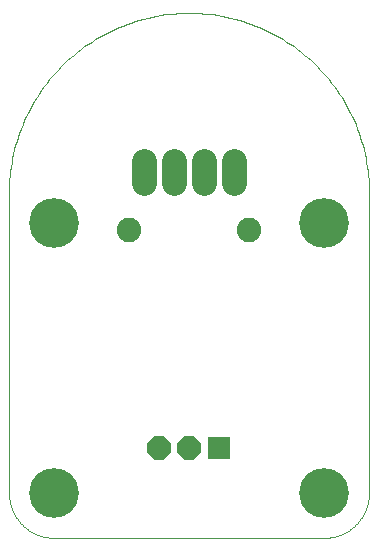
<source format=gts>
G75*
%MOIN*%
%OFA0B0*%
%FSLAX25Y25*%
%IPPOS*%
%LPD*%
%AMOC8*
5,1,8,0,0,1.08239X$1,22.5*
%
%ADD10C,0.08200*%
%ADD11C,0.08200*%
%ADD12C,0.16611*%
%ADD13C,0.00000*%
%ADD14OC8,0.07800*%
%ADD15R,0.07800X0.07800*%
D10*
X0046500Y0122300D02*
X0046500Y0129700D01*
X0056500Y0129700D02*
X0056500Y0122300D01*
X0066500Y0122300D02*
X0066500Y0129700D01*
X0076500Y0129700D02*
X0076500Y0122300D01*
D11*
X0081500Y0106500D03*
X0041500Y0106500D03*
D12*
X0016500Y0109000D03*
X0016500Y0019000D03*
X0106500Y0019000D03*
X0106500Y0109000D03*
D13*
X0001500Y0119000D02*
X0001500Y0019000D01*
X0001504Y0018638D01*
X0001518Y0018275D01*
X0001539Y0017913D01*
X0001570Y0017552D01*
X0001609Y0017192D01*
X0001657Y0016833D01*
X0001714Y0016475D01*
X0001779Y0016118D01*
X0001853Y0015763D01*
X0001936Y0015410D01*
X0002027Y0015059D01*
X0002126Y0014711D01*
X0002234Y0014365D01*
X0002350Y0014021D01*
X0002475Y0013681D01*
X0002607Y0013344D01*
X0002748Y0013010D01*
X0002897Y0012679D01*
X0003054Y0012352D01*
X0003218Y0012029D01*
X0003390Y0011710D01*
X0003570Y0011396D01*
X0003758Y0011085D01*
X0003953Y0010780D01*
X0004155Y0010479D01*
X0004365Y0010183D01*
X0004581Y0009893D01*
X0004805Y0009607D01*
X0005035Y0009327D01*
X0005272Y0009053D01*
X0005516Y0008785D01*
X0005766Y0008522D01*
X0006022Y0008266D01*
X0006285Y0008016D01*
X0006553Y0007772D01*
X0006827Y0007535D01*
X0007107Y0007305D01*
X0007393Y0007081D01*
X0007683Y0006865D01*
X0007979Y0006655D01*
X0008280Y0006453D01*
X0008585Y0006258D01*
X0008896Y0006070D01*
X0009210Y0005890D01*
X0009529Y0005718D01*
X0009852Y0005554D01*
X0010179Y0005397D01*
X0010510Y0005248D01*
X0010844Y0005107D01*
X0011181Y0004975D01*
X0011521Y0004850D01*
X0011865Y0004734D01*
X0012211Y0004626D01*
X0012559Y0004527D01*
X0012910Y0004436D01*
X0013263Y0004353D01*
X0013618Y0004279D01*
X0013975Y0004214D01*
X0014333Y0004157D01*
X0014692Y0004109D01*
X0015052Y0004070D01*
X0015413Y0004039D01*
X0015775Y0004018D01*
X0016138Y0004004D01*
X0016500Y0004000D01*
X0106500Y0004000D01*
X0106862Y0004004D01*
X0107225Y0004018D01*
X0107587Y0004039D01*
X0107948Y0004070D01*
X0108308Y0004109D01*
X0108667Y0004157D01*
X0109025Y0004214D01*
X0109382Y0004279D01*
X0109737Y0004353D01*
X0110090Y0004436D01*
X0110441Y0004527D01*
X0110789Y0004626D01*
X0111135Y0004734D01*
X0111479Y0004850D01*
X0111819Y0004975D01*
X0112156Y0005107D01*
X0112490Y0005248D01*
X0112821Y0005397D01*
X0113148Y0005554D01*
X0113471Y0005718D01*
X0113790Y0005890D01*
X0114104Y0006070D01*
X0114415Y0006258D01*
X0114720Y0006453D01*
X0115021Y0006655D01*
X0115317Y0006865D01*
X0115607Y0007081D01*
X0115893Y0007305D01*
X0116173Y0007535D01*
X0116447Y0007772D01*
X0116715Y0008016D01*
X0116978Y0008266D01*
X0117234Y0008522D01*
X0117484Y0008785D01*
X0117728Y0009053D01*
X0117965Y0009327D01*
X0118195Y0009607D01*
X0118419Y0009893D01*
X0118635Y0010183D01*
X0118845Y0010479D01*
X0119047Y0010780D01*
X0119242Y0011085D01*
X0119430Y0011396D01*
X0119610Y0011710D01*
X0119782Y0012029D01*
X0119946Y0012352D01*
X0120103Y0012679D01*
X0120252Y0013010D01*
X0120393Y0013344D01*
X0120525Y0013681D01*
X0120650Y0014021D01*
X0120766Y0014365D01*
X0120874Y0014711D01*
X0120973Y0015059D01*
X0121064Y0015410D01*
X0121147Y0015763D01*
X0121221Y0016118D01*
X0121286Y0016475D01*
X0121343Y0016833D01*
X0121391Y0017192D01*
X0121430Y0017552D01*
X0121461Y0017913D01*
X0121482Y0018275D01*
X0121496Y0018638D01*
X0121500Y0019000D01*
X0121500Y0119000D01*
X0121482Y0120461D01*
X0121429Y0121921D01*
X0121340Y0123380D01*
X0121216Y0124836D01*
X0121056Y0126288D01*
X0120861Y0127736D01*
X0120630Y0129179D01*
X0120365Y0130616D01*
X0120065Y0132046D01*
X0119730Y0133468D01*
X0119360Y0134882D01*
X0118956Y0136286D01*
X0118518Y0137680D01*
X0118046Y0139063D01*
X0117541Y0140434D01*
X0117002Y0141792D01*
X0116431Y0143137D01*
X0115827Y0144467D01*
X0115191Y0145783D01*
X0114523Y0147082D01*
X0113823Y0148365D01*
X0113092Y0149630D01*
X0112331Y0150878D01*
X0111540Y0152106D01*
X0110719Y0153315D01*
X0109869Y0154503D01*
X0108990Y0155670D01*
X0108083Y0156816D01*
X0107148Y0157939D01*
X0106186Y0159039D01*
X0105198Y0160115D01*
X0104184Y0161167D01*
X0103144Y0162194D01*
X0102080Y0163195D01*
X0100992Y0164171D01*
X0099880Y0165119D01*
X0098746Y0166040D01*
X0097589Y0166933D01*
X0096412Y0167797D01*
X0095213Y0168633D01*
X0093994Y0169439D01*
X0092756Y0170216D01*
X0091500Y0170962D01*
X0090226Y0171677D01*
X0088935Y0172361D01*
X0087627Y0173013D01*
X0086304Y0173633D01*
X0084966Y0174221D01*
X0083615Y0174776D01*
X0082250Y0175298D01*
X0080873Y0175786D01*
X0079484Y0176241D01*
X0078085Y0176662D01*
X0076676Y0177049D01*
X0075258Y0177401D01*
X0073832Y0177719D01*
X0072398Y0178002D01*
X0070958Y0178250D01*
X0069513Y0178463D01*
X0068062Y0178640D01*
X0066608Y0178782D01*
X0065151Y0178889D01*
X0063691Y0178960D01*
X0062231Y0178996D01*
X0060769Y0178996D01*
X0059309Y0178960D01*
X0057849Y0178889D01*
X0056392Y0178782D01*
X0054938Y0178640D01*
X0053487Y0178463D01*
X0052042Y0178250D01*
X0050602Y0178002D01*
X0049168Y0177719D01*
X0047742Y0177401D01*
X0046324Y0177049D01*
X0044915Y0176662D01*
X0043516Y0176241D01*
X0042127Y0175786D01*
X0040750Y0175298D01*
X0039385Y0174776D01*
X0038034Y0174221D01*
X0036696Y0173633D01*
X0035373Y0173013D01*
X0034065Y0172361D01*
X0032774Y0171677D01*
X0031500Y0170962D01*
X0030244Y0170216D01*
X0029006Y0169439D01*
X0027787Y0168633D01*
X0026588Y0167797D01*
X0025411Y0166933D01*
X0024254Y0166040D01*
X0023120Y0165119D01*
X0022008Y0164171D01*
X0020920Y0163195D01*
X0019856Y0162194D01*
X0018816Y0161167D01*
X0017802Y0160115D01*
X0016814Y0159039D01*
X0015852Y0157939D01*
X0014917Y0156816D01*
X0014010Y0155670D01*
X0013131Y0154503D01*
X0012281Y0153315D01*
X0011460Y0152106D01*
X0010669Y0150878D01*
X0009908Y0149630D01*
X0009177Y0148365D01*
X0008477Y0147082D01*
X0007809Y0145783D01*
X0007173Y0144467D01*
X0006569Y0143137D01*
X0005998Y0141792D01*
X0005459Y0140434D01*
X0004954Y0139063D01*
X0004482Y0137680D01*
X0004044Y0136286D01*
X0003640Y0134882D01*
X0003270Y0133468D01*
X0002935Y0132046D01*
X0002635Y0130616D01*
X0002370Y0129179D01*
X0002139Y0127736D01*
X0001944Y0126288D01*
X0001784Y0124836D01*
X0001660Y0123380D01*
X0001571Y0121921D01*
X0001518Y0120461D01*
X0001500Y0119000D01*
D14*
X0051500Y0034000D03*
X0061500Y0034000D03*
D15*
X0071500Y0034000D03*
M02*

</source>
